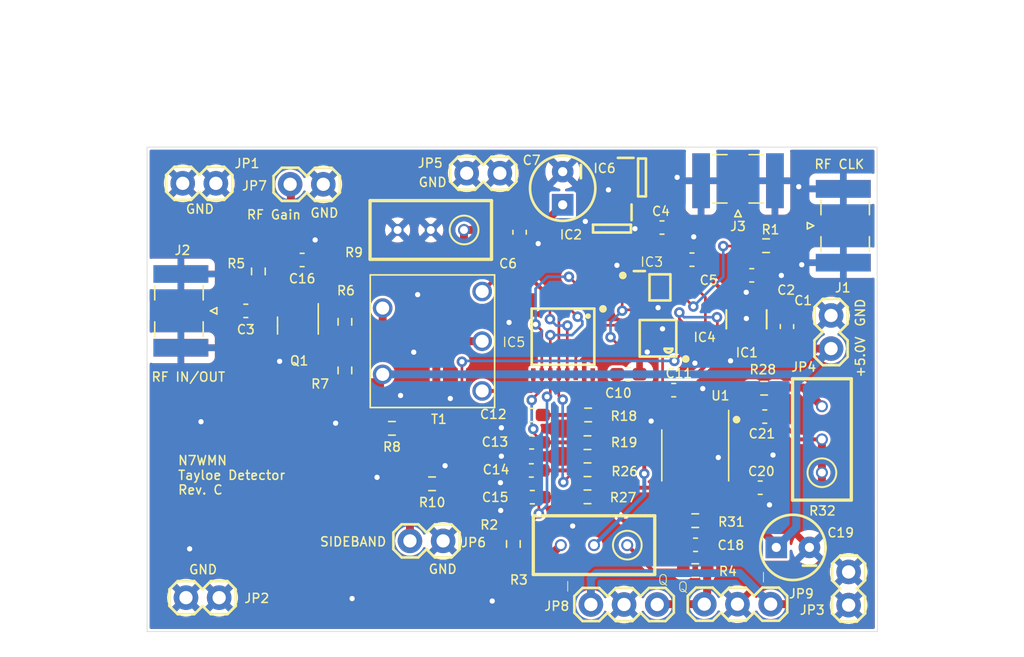
<source format=kicad_pcb>
(kicad_pcb (version 20211014) (generator pcbnew)
  (layers (0 "F.Cu" signal) (31 "B.Cu" signal) (34 "B.Paste" user) (35 "F.Paste" user) (36 "B.SilkS" user "B.Silkscreen") (37 "F.SilkS" user "F.Silkscreen") (38 "B.Mask" user) (39 "F.Mask" user) (44 "Edge.Cuts" user))
  (net 0 "")
  (net 1 "/VCC5")
  (net 2 "/VCC3.3")
  (net 3 "GND")
  (net 4 "/RF-IN")
  (net 5 "Net-(C3-Pad1)")
  (net 6 "Net-(C6-Pad2)")
  (net 7 "/0-DEG")
  (net 8 "/180-DEG")
  (net 9 "/90-DEG")
  (net 10 "/270-DEG")
  (net 11 "Net-(C18-Pad2)")
  (net 12 "/Q-PHASE")
  (net 13 "Net-(C21-Pad2)")
  (net 14 "/I-PHASE")
  (net 16 "Net-(IC2-Pad4)")
  (net 17 "/P1")
  (net 19 "/P0")
  (net 20 "/CLK0")
  (net 21 "/ICLK")
  (net 22 "/QCLK")
  (net 23 "/SIDEBAND")
  (net 24 "Net-(IC5-Pad9)")
  (net 25 "Net-(IC5-Pad7)")
  (net 26 "Net-(R6-Pad1)")
  (net 27 "Net-(R28-Pad1)")
  (net 28 "Net-(R2-Pad1)")
  (net 29 "Net-(R3-Pad1)")
  (net 30 "Net-(R5-Pad1)")
  (net 32 "Net-(IC6-Pad4)")
  (net 33 "Net-(R1-Pad2)")
  (net 34 "Net-(R6-Pad2)")
  (net 35 "Net-(R18-Pad1)")
  (net 36 "Net-(R26-Pad1)")
  (footprint "Resistor_SMD:R_0603_1608Metric_Pad0.98x0.95mm_HandSolder" (layer "F.Cu") (at 147.3011 115.3796 180)
    (fp_text reference "R27")
    (fp_text value "100")
  )
  (footprint "Capacitor_SMD:C_0603_1608Metric_Pad1.08x0.95mm_HandSolder" (layer "F.Cu") (at 162.5761 102.3296 -90)
    (fp_text reference "C1")
    (fp_text value "1uF")
  )
  (footprint "qsd_revB:1X03" (layer "F.Cu") (at 161.3261 123.6046 180)
    (fp_text reference "JP9")
    (fp_text value "M03PTH")
  )
  (footprint "Capacitor_SMD:C_0603_1608Metric_Pad1.08x0.95mm_HandSolder" (layer "F.Cu") (at 143.0761 115.4046)
    (fp_text reference "C15")
    (fp_text value "0.15uF")
  )
  (footprint "qsd_revB:RTRIM3296W" (layer "F.Cu") (at 165.2511 110.9796)
    (fp_text reference "R32")
    (fp_text value "5K")
  )
  (footprint "Capacitor_SMD:C_0603_1608Metric_Pad1.08x0.95mm_HandSolder" (layer "F.Cu") (at 143.0261 111.2046)
    (fp_text reference "C13")
    (fp_text value "0.15uF")
  )
  (footprint "qsd_revB:SOT95P280X145-5N" (layer "F.Cu") (at 149.1761 94.8246 -90)
    (fp_text reference "IC2")
    (fp_text value "SN74LVC1G04DBVT")
  )
  (footprint "qsd_revB:1X02" (layer "F.Cu") (at 138.0511 90.5796)
    (fp_text reference "JP5")
    (fp_text value "M02PTH")
  )
  (footprint "Resistor_SMD:R_0603_1608Metric_Pad0.98x0.95mm_HandSolder" (layer "F.Cu") (at 160.9761 96.1346)
    (fp_text reference "R1")
    (fp_text value "0")
  )
  (footprint "qsd_revB:SOP50P310X90-8N" (layer "F.Cu") (at 152.8511 99.3296)
    (fp_text reference "IC3")
    (fp_text value "SN74AUP2G79DCUR")
  )
  (footprint "Resistor_SMD:R_0603_1608Metric_Pad0.98x0.95mm_HandSolder" (layer "F.Cu") (at 132.3261 110.1296 180)
    (fp_text reference "R8")
    (fp_text value "4.7k")
  )
  (footprint "Resistor_SMD:R_0603_1608Metric_Pad0.98x0.95mm_HandSolder" (layer "F.Cu") (at 141.6261 118.9921 90)
    (fp_text reference "R2")
    (fp_text value "10k")
  )
  (footprint "Connector_Coaxial:SMA_Samtec_SMA-J-P-X-ST-EM1_EdgeMount" (layer "F.Cu") (at 166.8886 94.6046 90)
    (fp_text reference "J1")
    (fp_text value "Conn_Coaxial")
  )
  (footprint "qsd_revB:RTRIM3296W" (layer "F.Cu") (at 135.3011 94.9296 90)
    (fp_text reference "R9")
    (fp_text value "R-TRIMM3296W")
  )
  (footprint "Capacitor_SMD:C_0603_1608Metric_Pad1.08x0.95mm_HandSolder" (layer "F.Cu") (at 155.3011 97.2046 180)
    (fp_text reference "C5")
    (fp_text value "0.1uF")
  )
  (footprint "Capacitor_SMD:C_0603_1608Metric_Pad1.08x0.95mm_HandSolder" (layer "F.Cu") (at 155.5761 119.0546 180)
    (fp_text reference "C18")
    (fp_text value "1nF")
  )
  (footprint "qsd_revB:1X02" (layer "F.Cu") (at 119.0961 123.1046 180)
    (fp_text reference "JP2")
    (fp_text value "M02PTH")
  )
  (footprint "Resistor_SMD:R_0603_1608Metric_Pad0.98x0.95mm_HandSolder" (layer "F.Cu") (at 147.3011 111.2296 180)
    (fp_text reference "R19")
    (fp_text value "100")
  )
  (footprint "Capacitor_SMD:C_0603_1608Metric_Pad1.08x0.95mm_HandSolder" (layer "F.Cu") (at 160.5261 114.6796 180)
    (fp_text reference "C20")
    (fp_text value "0.1uF")
  )
  (footprint "Capacitor_SMD:C_0603_1608Metric_Pad1.08x0.95mm_HandSolder" (layer "F.Cu") (at 159.8761 98.4046 180)
    (fp_text reference "C2")
    (fp_text value "0.1uF")
  )
  (footprint "Resistor_SMD:R_0603_1608Metric_Pad0.98x0.95mm_HandSolder" (layer "F.Cu") (at 155.5511 121.0296 180)
    (fp_text reference "R4")
    (fp_text value "10k")
  )
  (footprint "Resistor_SMD:R_0603_1608Metric_Pad0.98x0.95mm_HandSolder" (layer "F.Cu") (at 122.1011 98.1046 -90)
    (fp_text reference "R5")
    (fp_text value "100")
  )
  (footprint "Capacitor_SMD:C_0603_1608Metric_Pad1.08x0.95mm_HandSolder" (layer "F.Cu") (at 160.8761 109.2296 180)
    (fp_text reference "C21")
    (fp_text value "1nF")
  )
  (footprint "Resistor_SMD:R_0603_1608Metric_Pad0.98x0.95mm_HandSolder" (layer "F.Cu") (at 128.7261 105.6921 90)
    (fp_text reference "R7")
    (fp_text value "1K")
  )
  (footprint "Resistor_SMD:R_0603_1608Metric_Pad0.98x0.95mm_HandSolder" (layer "F.Cu") (at 128.7261 101.9671 90)
    (fp_text reference "R6")
    (fp_text value "100")
  )
  (footprint "qsd_revB:1X02" (layer "F.Cu") (at 167.2961 123.6746 90)
    (fp_text reference "JP3")
    (fp_text value "M02PTH")
  )
  (footprint "qsd_revB:1X03" (layer "F.Cu") (at 147.5611 123.6296)
    (fp_text reference "JP8")
    (fp_text value "M03PTH")
  )
  (footprint "Connector_Coaxial:SMA_Samtec_SMA-J-P-X-ST-EM1_EdgeMount" (layer "F.Cu") (at 158.8261 91.1546 180)
    (fp_text reference "J3")
    (fp_text value "Conn_Coaxial")
  )
  (footprint "Package_TO_SOT_SMD:SOT-23" (layer "F.Cu") (at 125.1261 102.2546 -90)
    (fp_text reference "Q1")
    (fp_text value "J309")
  )
  (footprint "qsd_revB:CPOL-RADIAL-10UF-25V" (layer "F.Cu") (at 163.0261 119.2546 180)
    (fp_text reference "C19")
    (fp_text value "10uF")
  )
  (footprint "Capacitor_SMD:C_0603_1608Metric_Pad1.08x0.95mm_HandSolder" (layer "F.Cu") (at 125.4511 97.2296 180)
    (fp_text reference "C16")
    (fp_text value "0.1uF")
  )
  (footprint "qsd_revB:1X02" (layer "F.Cu") (at 116.3061 91.3546)
    (fp_text reference "JP1")
    (fp_text value "M02PTH")
  )
  (footprint "qsd_revB:1X02" (layer "F.Cu") (at 136.2461 118.7546 180)
    (fp_text reference "JP6")
    (fp_text value "M02PTH")
  )
  (footprint "qsd_revB:T50-TRIFILAR" (layer "F.Cu") (at 135.4261 103.4546)
    (fp_text reference "T1")
    (fp_text value "T50-TRIFILAR")
  )
  (footprint "Capacitor_SMD:C_0603_1608Metric_Pad1.08x0.95mm_HandSolder" (layer "F.Cu") (at 143.0011 113.3546)
    (fp_text reference "C14")
    (fp_text value "0.15uF")
  )
  (footprint "qsd_revB:SOT23-5" (layer "F.Cu") (at 159.4761 101.7796)
    (fp_text reference "IC1")
    (fp_text value "MCP1801")
  )
  (footprint "Connector_Coaxial:SMA_Samtec_SMA-J-P-X-ST-EM1_EdgeMount" (layer "F.Cu") (at 116.1636 101.1296 -90)
    (fp_text reference "J2")
    (fp_text value "Conn_Coaxial")
  )
  (footprint "Resistor_SMD:R_0603_1608Metric_Pad0.98x0.95mm_HandSolder" (layer "F.Cu") (at 135.4011 114.3796 180)
    (fp_text reference "R10")
    (fp_text value "10k")
  )
  (footprint "Resistor_SMD:R_0603_1608Metric_Pad0.98x0.95mm_HandSolder" (layer "F.Cu") (at 147.3511 109.1046 180)
    (fp_text reference "R18")
    (fp_text value "100")
  )
  (footprint "Resistor_SMD:R_0603_1608Metric_Pad0.98x0.95mm_HandSolder" (layer "F.Cu") (at 147.3011 113.3046 180)
    (fp_text reference "R26")
    (fp_text value "100")
  )
  (footprint "Capacitor_SMD:C_0603_1608Metric_Pad1.08x0.95mm_HandSolder" (layer "F.Cu") (at 143.0136 109.1046)
    (fp_text reference "C12")
    (fp_text value "0.15uF")
  )
  (footprint "Capacitor_SMD:C_0603_1608Metric_Pad1.08x0.95mm_HandSolder" (layer "F.Cu") (at 150.4261 105.9796)
    (fp_text reference "C10")
    (fp_text value "0.1uF")
  )
  (footprint "qsd_revB:TSSOP16" (layer "F.Cu") (at 145.4261 103.1046 -90)
    (fp_text reference "IC5")
    (fp_text value "SN74CBTLV3253")
  )
  (footprint "Capacitor_SMD:C_0603_1608Metric_Pad1.08x0.95mm_HandSolder" (layer "F.Cu") (at 121.1386 101.1296 180)
    (fp_text reference "C3")
    (fp_text value "0.01uF")
  )
  (footprint "qsd_revB:MSOP10" (layer "F.Cu") (at 152.7011 103.2296 90)
    (fp_text reference "IC4")
    (fp_text value "TS5A23157")
  )
  (footprint "Resistor_SMD:R_0603_1608Metric_Pad0.98x0.95mm_HandSolder" (layer "F.Cu") (at 160.8261 107.0546 180)
    (fp_text reference "R28")
    (fp_text value "7.5k")
  )
  (footprint "Capacitor_SMD:C_0603_1608Metric_Pad1.08x0.95mm_HandSolder" (layer "F.Cu") (at 153.0061 94.7446 180)
    (fp_text reference "C4")
    (fp_text value "1uF")
  )
  (footprint "Capacitor_SMD:C_0603_1608Metric_Pad1.08x0.95mm_HandSolder" (layer "F.Cu") (at 153.9011 107.2046)
    (fp_text reference "C11")
    (fp_text value "1uF")
  )
  (footprint "qsd_revB:1X02" (layer "F.Cu") (at 165.9511 101.4796 -90)
    (fp_text reference "JP4")
    (fp_text value "M02PTH")
  )
  (footprint "Capacitor_SMD:C_0603_1608Metric_Pad1.08x0.95mm_HandSolder" (layer "F.Cu") (at 142.1011 95.1046 90)
    (fp_text reference "C6")
    (fp_text value "0.1uF")
  )
  (footprint "Resistor_SMD:R_0603_1608Metric_Pad0.98x0.95mm_HandSolder" (layer "F.Cu") (at 155.5511 117.2046 180)
    (fp_text reference "R31")
    (fp_text value "10k")
  )
  (footprint "qsd_revB:RTRIM3296W" (layer "F.Cu") (at 147.8011 119.0796 90)
    (fp_text reference "R3")
    (fp_text value "5K")
  )
  (footprint "qsd_revB:1X02" (layer "F.Cu") (at 127.0711 91.4296 180)
    (fp_text reference "JP7")
    (fp_text value "M02PTH")
  )
  (footprint "qsd_revB:SOT95P280X145-5N" (layer "F.Cu") (at 151.4761 90.9046)
    (fp_text reference "IC6")
    (fp_text value "SN74LVC1G04DBVT")
  )
  (footprint "Package_SO:SOIC-8_3.9x4.9mm_P1.27mm" (layer "F.Cu") (at 155.5511 112.2046 -90)
    (fp_text reference "U1")
    (fp_text value "OPA1678")
  )
  (footprint "qsd_revB:CPOL-RADIAL-10UF-25V" (layer "F.Cu") (at 145.4011 91.7296 -90)
    (fp_text reference "C7")
    (fp_text value "10uF")
  )
  (gr_circle (center 154.8261 104.8146) (end 155.059338 104.8146) (layer "F.SilkS") (width 0.12) (fill solid))
  (gr_circle (center 148.4861 100.9746) (end 148.719338 100.9746) (layer "F.SilkS") (width 0.12) (fill solid))
  (gr_circle (center 150.0061 98.4146) (end 150.239338 98.4146) (layer "F.SilkS") (width 0.12) (fill solid))
  (gr_circle (center 158.716091 109.461362) (end 158.949329 109.461362) (layer "F.SilkS") (width 0.12) (fill solid))
  (gr_line (start 169.4761 88.5806) (end 113.5761 88.5786) (layer "Edge.Cuts") (width 0.05))
  (gr_line (start 113.5761 88.5786) (end 113.5761 125.7046) (layer "Edge.Cuts") (width 0.05))
  (gr_line (start 113.5761 125.7046) (end 169.5011 125.7046) (layer "Edge.Cuts") (width 0.05))
  (gr_line (start 169.5011 125.7046) (end 169.4761 88.5806) (layer "Edge.Cuts") (width 0.05))
  (gr_text "Q" (at 154.1761 122.7296) (layer "F.SilkS") (effects (font (size 0.747776 0.747776) (thickness 0.065024)) (justify left bottom)))
  (gr_text "RF Gain" (at 123.2861 93.7646) (layer "F.SilkS") (effects (font (size 0.6985 0.6985) (thickness 0.1143))))
  (gr_text "+5.0V" (at 168.601111 106.304601 90) (layer "F.SilkS") (effects (font (size 0.6985 0.6985) (thickness 0.1143)) (justify left bottom)))
  (gr_text "GND" (at 116.481434 93.733829) (layer "F.SilkS") (effects (font (size 0.6985 0.6985) (thickness 0.1143)) (justify left bottom)))
  (gr_text "GND" (at 168.601111 102.404601 90) (layer "F.SilkS") (effects (font (size 0.6985 0.6985) (thickness 0.1143)) (justify left bottom)))
  (gr_text "RF CLK" (at 164.616105 90.304595) (layer "F.SilkS") (effects (font (size 0.6985 0.6985) (thickness 0.1143)) (justify left bottom)))
  (gr_text "Q" (at 152.6511 122.1796) (layer "F.SilkS") (effects (font (size 0.747776 0.747776) (thickness 0.065024)) (justify left bottom)))
  (gr_text "I" (at 145.5661 122.7046) (layer "F.SilkS") (effects (font (size 0.747776 0.747776) (thickness 0.065024)) (justify left bottom)))
  (gr_text "GND" (at 135.0761 121.3296) (layer "F.SilkS") (effects (font (size 0.6985 0.6985) (thickness 0.1143)) (justify left bottom)))
  (gr_text "GND" (at 126.0161 94.0346) (layer "F.SilkS") (effects (font (size 0.6985 0.6985) (thickness 0.1143)) (justify left bottom)))
  (gr_text "GND" (at 134.3061 91.6846) (layer "F.SilkS") (effects (font (size 0.6985 0.6985) (thickness 0.1143)) (justify left bottom)))
  (gr_text "I" (at 160.5511 122.0046) (layer "F.SilkS") (effects (font (size 0.747776 0.747776) (thickness 0.065024)) (justify left bottom)))
  (gr_text "RF IN/OUT" (at 113.8511 106.6046) (layer "F.SilkS") (effects (font (size 0.6985 0.6985) (thickness 0.1143)) (justify left bottom)))
  (gr_text "N7WMN\nTayloe Detector\nRev. C" (at 115.8861 115.2546) (layer "F.SilkS") (effects (font (size 0.6985 0.6985) (thickness 0.1143)) (justify left bottom)))
  (gr_text "GND" (at 116.7261 121.3646) (layer "F.SilkS") (effects (font (size 0.6985 0.6985) (thickness 0.1143)) (justify left bottom)))
  (gr_text "SIDEBAND" (at 126.7511 119.229599) (layer "F.SilkS") (effects (font (size 0.6985 0.6985) (thickness 0.1143)) (justify left bottom)))
  (segment (start 163.4261 104.0296) (end 163.8761 104.0296) (width 0.6096) (layer "F.Cu") (net 1))
  (segment (start 131.4136 110.1296) (end 131.4136 106.1971) (width 0.6096) (layer "F.Cu") (net 1))
  (segment (start 163.1636 103.7671) (end 163.4261 104.0296) (width 0.6096) (layer "F.Cu") (net 1))
  (segment (start 158.5261 104.0046) (end 159.0861 104.5646) (width 0.3048) (layer "F.Cu") (net 1))
  (segment (start 131.0061 106.6046) (end 131.6161 105.9946) (width 0.6096) (layer "F.Cu") (net 1))
  (segment (start 160.4261 103.0856) (end 162.4821 103.0856) (width 0.3048) (layer "F.Cu") (net 1))
  (segment (start 160.4261 104.2146) (end 160.4261 103.0856) (width 0.3048) (layer "F.Cu") (net 1))
  (segment (start 159.6636 116.9671) (end 159.6636 114.6796) (width 0.6096) (layer "F.Cu") (net 1))
  (segment (start 157.4561 114.6796) (end 159.6636 114.6796) (width 0.6096) (layer "F.Cu") (net 1))
  (segment (start 163.8761 104.0296) (end 163.8861 104.0196) (width 0.6096) (layer "F.Cu") (net 1))
  (segment (start 163.8861 104.0196) (end 165.9511 104.0196) (width 0.6096) (layer "F.Cu") (net 1))
  (segment (start 161.7561 119.2546) (end 161.7561 119.0596) (width 0.6096) (layer "F.Cu") (net 1))
  (segment (start 158.5261 103.0856) (end 158.5261 104.0046) (width 0.3048) (layer "F.Cu") (net 1))
  (segment (start 162.5761 103.1796) (end 163.1636 103.7671) (width 0.6096) (layer "F.Cu") (net 1))
  (segment (start 161.7561 119.0596) (end 159.6636 116.9671) (width 0.6096) (layer "F.Cu") (net 1))
  (segment (start 128.7261 106.6046) (end 131.0061 106.6046) (width 0.6096) (layer "F.Cu") (net 1))
  (segment (start 160.0761 104.5646) (end 160.4261 104.2146) (width 0.3048) (layer "F.Cu") (net 1))
  (segment (start 131.4136 106.1971) (end 131.6161 105.9946) (width 0.6096) (layer "F.Cu") (net 1))
  (segment (start 162.4821 103.0856) (end 162.5761 103.1796) (width 0.3048) (layer "F.Cu") (net 1))
  (segment (start 159.0861 104.5646) (end 160.0761 104.5646) (width 0.3048) (layer "F.Cu") (net 1))
  (segment (start 163.2861 117.7246) (end 161.7561 119.2546) (width 0.6096) (layer "B.Cu") (net 1))
  (segment (start 163.9761 105.9946) (end 165.9511 104.0196) (width 0.6096) (layer "B.Cu") (net 1))
  (segment (start 163.9761 105.9946) (end 163.2861 106.6846) (width 0.6096) (layer "B.Cu") (net 1))
  (segment (start 131.6161 105.9946) (end 163.9761 105.9946) (width 0.6096) (layer "B.Cu") (net 1))
  (segment (start 163.2861 106.6846) (end 163.2861 117.7246) (width 0.6096) (layer "B.Cu") (net 1))
  (segment (start 154.4386 98.5671) (end 154.4261 98.5796) (width 0.3048) (layer "F.Cu") (net 2))
  (segment (start 157.65202 102.53868) (end 157.65202 104.004727) (width 0.3048) (layer "F.Cu") (net 2))
  (segment (start 151.9011 103.2296) (end 153.0511 104.3796) (width 0.2032) (layer "F.Cu") (net 2))
  (segment (start 151.5261 90.6946) (end 151.5261 94.1146) (width 0.3048) (layer "F.Cu") (net 2))
  (segment (start 158.5261 98.8921) (end 159.0136 98.4046) (width 0.3048) (layer "F.Cu") (net 2))
  (segment (start 153.0511 107.2046) (end 149.7561 107.2046) (width 0.6096) (layer "F.Cu") (net 2))
  (segment (start 152.1561 96.3046) (end 152.1561 94.7446) (width 0.3048) (layer "F.Cu") (net 2))
  (segment (start 152.1361 96.3246) (end 152.1561 96.3046) (width 0.3048) (layer "F.Cu") (net 2))
  (segment (start 154.4386 97.2046) (end 154.4386 98.5671) (width 0.3048) (layer "F.Cu") (net 2))
  (segment (start 147.7011 105.9796) (end 147.7011 106.5996) (width 0.3048) (layer "F.Cu") (net 2))
  (segment (start 156.6321 98.5796) (end 154.4261 98.5796) (width 0.3048) (layer "F.Cu") (net 2))
  (segment (start 157.65202 104.004727) (end 155.627147 106.0296) (width 0.3048) (layer "F.Cu") (net 2))
  (segment (start 148.0661 106.9646) (end 149.5161 106.9646) (width 0.3048) (layer "F.Cu") (net 2))
  (segment (start 150.1261 96.0746) (end 150.8261 96.0746) (width 0.3048) (layer "F.Cu") (net 2))
  (segment (start 154.4386 97.2046) (end 153.0161 97.2046) (width 0.3048) (layer "F.Cu") (net 2))
  (segment (start 147.7011 106.5996) (end 148.0661 106.9646) (width 0.3048) (layer "F.Cu") (net 2))
  (segment (start 152.7261 89.9546) (end 152.2661 89.9546) (width 0.3048) (layer "F.Cu") (net 2))
  (segment (start 151.5261 94.1146) (end 152.1561 94.7446) (width 0.3048) (layer "F.Cu") (net 2))
  (segment (start 158.5261 100.4736) (end 158.5261 98.8921) (width 0.3048) (layer "F.Cu") (net 2))
  (segment (start 149.7561 107.2046) (end 149.5161 106.9646) (width 0.6096) (layer "F.Cu") (net 2))
  (segment (start 158.5261 100.4736) (end 156.6321 98.5796) (width 0.3048) (layer "F.Cu") (net 2))
  (segment (start 149.5161 106.0271) (end 149.5636 105.9796) (width 0.6096) (layer "F.Cu") (net 2))
  (segment (start 153.0511 106.0296) (end 153.0511 107.2046) (width 0.2032) (layer "F.Cu") (net 2))
  (segment (start 158.5261 101.6646) (end 157.65202 102.53868) (width 0.3048) (layer "F.Cu") (net 2))
  (segment (start 150.8261 96.0746) (end 152.1561 94.7446) (width 0.3048) (layer "F.Cu") (net 2))
  (segment (start 155.627147 106.0296) (end 153.0511 106.0296) (width 0.3048) (layer "F.Cu") (net 2))
  (segment (start 149.5161 106.9646) (end 149.5161 106.0271) (width 0.6096) (layer "F.Cu") (net 2))
  (segment (start 152.2661 89.9546) (end 151.5261 90.6946) (width 0.3048) (layer "F.Cu") (net 2))
  (segment (start 153.0511 104.3796) (end 153.0511 106.0296) (width 0.2032) (layer "F.Cu") (net 2))
  (segment (start 158.5261 100.4736) (end 158.5261 101.6646) (width 0.3048) (layer "F.Cu") (net 2))
  (segment (start 150.588 103.2296) (end 151.9011 103.2296) (width 0.2032) (layer "F.Cu") (net 2))
  (segment (start 153.0161 97.2046) (end 152.1361 96.3246) (width 0.3048) (layer "F.Cu") (net 2))
  (via (at 133.9961 104.2946) (size 0.8) (drill 0.4) (layers "F.Cu" "B.Cu") (net 3))
  (via (at 140.7061 110.0846) (size 0.8) (drill 0.4) (layers "F.Cu" "B.Cu") (net 3))
  (via (at 147.1361 94.2746) (size 0.8) (drill 0.4) (layers "F.Cu" "B.Cu") (net 3))
  (via (at 150.9361 94.8346) (size 0.8) (drill 0.4) (layers "F.Cu" "B.Cu") (net 3))
  (via (at 155.4361 95.4546) (size 0.8) (drill 0.4) (layers "F.Cu" "B.Cu") (net 3))
  (via (at 162.1461 98.4146) (size 0.8) (drill 0.4) (layers "F.Cu" "B.Cu") (net 3))
  (via (at 152.1761 109.5746) (size 0.8) (drill 0.4) (layers "F.Cu" "B.Cu") (net 3))
  (via (at 158.2561 104.9546) (size 0.8) (drill 0.4) (layers "F.Cu" "B.Cu") (net 3))
  (via (at 140.6561 116.4246) (size 0.8) (drill 0.4) (layers "F.Cu" "B.Cu") (net 3))
  (via (at 163.7061 97.5946) (size 0.8) (drill 0.4) (layers "F.Cu" "B.Cu") (net 3))
  (via (at 151.8761 104.2846) (size 0.8) (drill 0.4) (layers "F.Cu" "B.Cu") (net 3))
  (via (at 148.9061 91.8546) (size 0.8) (drill 0.4) (layers "F.Cu" "B.Cu") (net 3))
  (via (at 140.7061 112.2646) (size 0.8) (drill 0.4) (layers "F.Cu" "B.Cu") (net 3))
  (via (at 161.2361 115.9946) (size 0.8) (drill 0.4) (layers "F.Cu" "B.Cu") (net 3))
  (via (at 159.4561 99.7046) (size 0.8) (drill 0.4) (layers "F.Cu" "B.Cu") (net 3))
  (via (at 152.7061 100.8846) (size 0.8) (drill 0.4) (layers "F.Cu" "B.Cu") (net 3))
  (via (at 143.5261 95.9746) (size 0.8) (drill 0.4) (layers "F.Cu" "B.Cu") (net 3))
  (via (at 154.1661 90.8946) (size 0.8) (drill 0.4) (layers "F.Cu" "B.Cu") (net 3))
  (via (at 134.2961 99.8846) (size 0.8) (drill 0.4) (layers "F.Cu" "B.Cu") (net 3))
  (via (at 146.1661 117.6146) (size 0.8) (drill 0.4) (layers "F.Cu" "B.Cu") (net 3))
  (via (at 126.4461 95.6946) (size 0.8) (drill 0.4) (layers "F.Cu" "B.Cu") (net 3))
  (via (at 156.1261 107.0846) (size 0.8) (drill 0.4) (layers "F.Cu" "B.Cu") (net 3))
  (via (at 132.9861 107.6146) (size 0.8) (drill 0.4) (layers "F.Cu" "B.Cu") (net 3))
  (via (at 155.5261 105.1346) (size 0.8) (drill 0.4) (layers "F.Cu" "B.Cu") (net 3))
  (via (at 153.0461 102.5046) (size 0.8) (drill 0.4) (layers "F.Cu" "B.Cu") (net 3))
  (via (at 163.4761 91.6146) (size 0.8) (drill 0.4) (layers "F.Cu" "B.Cu") (net 3))
  (via (at 140.0061 123.3646) (size 0.8) (drill 0.4) (layers "F.Cu" "B.Cu") (net 3))
  (via (at 149.5561 97.6346) (size 0.8) (drill 0.4) (layers "F.Cu" "B.Cu") (net 3))
  (via (at 141.2961 102.0146) (size 0.8) (drill 0.4) (layers "F.Cu" "B.Cu") (net 3))
  (via (at 131.1861 113.8846) (size 0.8) (drill 0.4) (layers "F.Cu" "B.Cu") (net 3))
  (via (at 136.7961 107.8446) (size 0.8) (drill 0.4) (layers "F.Cu" "B.Cu") (net 3))
  (via (at 161.5061 112.1746) (size 0.8) (drill 0.4) (layers "F.Cu" "B.Cu") (net 3))
  (via (at 116.8361 119.3646) (size 0.8) (drill 0.4) (layers "F.Cu" "B.Cu") (net 3))
  (via (at 157.3161 112.3646) (size 0.8) (drill 0.4) (layers "F.Cu" "B.Cu") (net 3))
  (via (at 123.7261 104.9946) (size 0.8) (drill 0.4) (layers "F.Cu" "B.Cu") (net 3))
  (via (at 129.2761 123.1746) (size 0.8) (drill 0.4) (layers "F.Cu" "B.Cu") (net 3))
  (via (at 136.3961 112.9946) (size 0.8) (drill 0.4) (layers "F.Cu" "B.Cu") (net 3))
  (via (at 159.4661 101.7146) (size 0.8) (drill 0.4) (layers "F.Cu" "B.Cu") (net 3))
  (via (at 117.7061 109.6246) (size 0.8) (drill 0.4) (layers "F.Cu" "B.Cu") (net 3))
  (via (at 128.0161 109.7346) (size 0.8) (drill 0.4) (layers "F.Cu" "B.Cu") (net 3))
  (via (at 140.6361 114.2946) (size 0.8) (drill 0.4) (layers "F.Cu" "B.Cu") (net 3))
  (segment (start 115.9636 101.1296) (end 120.2761 101.1296) (width 0.6096) (layer "F.Cu") (net 4))
  (segment (start 122.0011 101.1296) (end 123.9886 101.1296) (width 0.6096) (layer "F.Cu") (net 5))
  (segment (start 122.0011 101.1296) (end 122.0011 99.1171) (width 0.6096) (layer "F.Cu") (net 5))
  (segment (start 122.0011 99.1171) (end 122.1011 99.0171) (width 0.6096) (layer "F.Cu") (net 5))
  (segment (start 123.9886 101.1296) (end 124.1761 101.3171) (width 0.6096) (layer "F.Cu") (net 5))
  (segment (start 136.4761 97.6546) (end 136.4761 102.8546) (width 0.6096) (layer "F.Cu") (net 6))
  (segment (start 137.8411 94.9296) (end 137.8411 96.2896) (width 0.6096) (layer "F.Cu") (net 6))
  (segment (start 133.2386 110.1296) (end 133.2386 109.8671) (width 0.6096) (layer "F.Cu") (net 6))
  (segment (start 137.8411 96.2896) (end 136.4761 97.6546) (width 0.6096) (layer "F.Cu") (net 6))
  (segment (start 144.1586 94.2421) (end 145.4011 92.9996) (width 0.6096) (layer "F.Cu") (net 6))
  (segment (start 142.0886 94.2296) (end 142.1011 94.2421) (width 0.6096) (layer "F.Cu") (net 6))
  (segment (start 136.4761 102.8546) (end 137.0761 103.4546) (width 0.6096) (layer "F.Cu") (net 6))
  (segment (start 137.0761 103.4546) (end 139.2361 103.4546) (width 0.6096) (layer "F.Cu") (net 6))
  (segment (start 142.1011 94.2421) (end 144.1586 94.2421) (width 0.6096) (layer "F.Cu") (net 6))
  (segment (start 139.1011 94.9296) (end 139.8011 94.2296) (width 0.6096) (layer "F.Cu") (net 6))
  (segment (start 137.8411 94.9296) (end 139.1011 94.9296) (width 0.6096) (layer "F.Cu") (net 6))
  (segment (start 135.7261 104.8046) (end 137.0761 103.4546) (width 0.6096) (layer "F.Cu") (net 6))
  (segment (start 135.7261 107.3796) (end 135.7261 104.8046) (width 0.6096) (layer "F.Cu") (net 6))
  (segment (start 139.8011 94.2296) (end 142.0886 94.2296) (width 0.6096) (layer "F.Cu") (net 6))
  (segment (start 133.2386 109.8671) (end 135.7261 107.3796) (width 0.6096) (layer "F.Cu") (net 6))
  (segment (start 146.4386 107.9671) (end 146.4386 109.1046) (width 0.2032) (layer "F.Cu") (net 7))
  (segment (start 143.8761 109.1046) (end 146.4386 109.1046) (width 0.3048) (layer "F.Cu") (net 7))
  (segment (start 145.7511 102.2696) (end 145.7661 102.2546) (width 0.2032) (layer "F.Cu") (net 7))
  (segment (start 145.7511 107.2796) (end 146.4386 107.9671) (width 0.2032) (layer "F.Cu") (net 7))
  (segment (start 145.7511 105.9796) (end 145.7511 107.2796) (width 0.2032) (layer "F.Cu") (net 7))
  (segment (start 145.7511 105.9796) (end 145.7511 102.2696) (width 0.2032) (layer "F.Cu") (net 7))
  (segment (start 144.4261 100.2546) (end 144.4511 100.2296) (width 0.2032) (layer "F.Cu") (net 7))
  (segment (start 144.4261 101.7646) (end 144.4261 100.2546) (width 0.2032) (layer "F.Cu") (net 7))
  (via (at 145.7661 102.2546) (size 0.8) (drill 0.4) (layers "F.Cu" "B.Cu") (net 7))
  (via (at 144.4261 101.7646) (size 0.8) (drill 0.4) (layers "F.Cu" "B.Cu") (net 7))
  (segment (start 145.7661 102.2546) (end 144.9161 102.2546) (width 0.2032) (layer "B.Cu") (net 7))
  (segment (start 144.9161 102.2546) (end 144.4261 101.7646) (width 0.2032) (layer "B.Cu") (net 7))
  (segment (start 143.8011 107.1546) (end 143.0261 107.9296) (width 0.2032) (layer "F.Cu") (net 8))
  (segment (start 143.8886 111.2046) (end 146.3636 111.2046) (width 0.3048) (layer "F.Cu") (net 8))
  (segment (start 143.8011 102.6396) (end 143.3261 102.1646) (width 0.2032) (layer "F.Cu") (net 8))
  (segment (start 146.4011 99.0396) (end 146.4011 100.2296) (width 0.2032) (layer "F.Cu") (net 8))
  (segment (start 143.1511 110.4671) (end 143.8886 111.2046) (width 0.2032) (layer "F.Cu") (net 8))
  (segment (start 146.3636 111.2046) (end 146.3886 111.2296) (width 0.3048) (layer "F.Cu") (net 8))
  (segment (start 143.1511 110.1796) (end 143.1511 110.4671) (width 0.2032) (layer "F.Cu") (net 8))
  (segment (start 143.8011 105.9796) (end 143.8011 107.1546) (width 0.2032) (layer "F.Cu") (net 8))
  (segment (start 143.8011 105.9796) (end 143.8011 102.6396) (width 0.2032) (layer "F.Cu") (net 8))
  (segment (start 143.028117 107.931617) (end 143.028117 107.967927) (width 0.2032) (layer "F.Cu") (net 8))
  (segment (start 143.0261 107.9296) (end 143.028117 107.931617) (width 0.2032) (layer "F.Cu") (net 8))
  (segment (start 145.8761 98.5146) (end 146.4011 99.0396) (width 0.2032) (layer "F.Cu") (net 8))
  (via (at 143.3261 102.1646) (size 0.8) (drill 0.4) (layers "F.Cu" "B.Cu") (net 8))
  (via (at 145.8761 98.5146) (size 0.8) (drill 0.4) (layers "F.Cu" "B.Cu") (net 8))
  (via (at 143.028117 107.967927) (size 0.8) (drill 0.4) (layers "F.Cu" "B.Cu") (net 8))
  (via (at 143.1511 110.1796) (size 0.8) (drill 0.4) (layers "F.Cu" "B.Cu") (net 8))
  (segment (start 144.2461 98.5146) (end 145.8761 98.5146) (width 0.2032) (layer "B.Cu") (net 8))
  (segment (start 143.028117 110.056617) (end 143.1511 110.1796) (width 0.2032) (layer "B.Cu") (net 8))
  (segment (start 143.028117 107.967927) (end 143.028117 110.056617) (width 0.2032) (layer "B.Cu") (net 8))
  (segment (start 143.3261 99.4346) (end 144.2461 98.5146) (width 0.2032) (layer "B.Cu") (net 8))
  (segment (start 143.3261 102.1646) (end 143.3261 99.4346) (width 0.2032) (layer "B.Cu") (net 8))
  (segment (start 145.4511 114.2546) (end 145.4511 114.2421) (width 0.2032) (layer "F.Cu") (net 9))
  (segment (start 145.1011 105.9796) (end 145.1011 107.6296) (width 0.2032) (layer "F.Cu") (net 9))
  (segment (start 146.3386 113.3546) (end 146.3886 113.3046) (width 0.3048) (layer "F.Cu") (net 9))
  (segment (start 145.109611 100.238111) (end 145.1011 100.2296) (width 0.2032) (layer "F.Cu") (net 9))
  (segment (start 143.8636 113.3546) (end 146.3386 113.3546) (width 0.3048) (layer "F.Cu") (net 9))
  (segment (start 145.4511 114.2421) (end 146.3886 113.3046) (width 0.2032) (layer "F.Cu") (net 9))
  (segment (start 145.109611 105.971089) (end 145.109611 100.238111) (width 0.2032) (layer "F.Cu") (net 9))
  (segment (start 145.1011 105.9796) (end 145.109611 105.971089) (width 0.2032) (layer "F.Cu") (net 9))
  (segment (start 145.1011 107.6296) (end 145.4011 107.9296) (width 0.2032) (layer "F.Cu") (net 9))
  (via (at 145.4011 107.9296) (size 0.8) (drill 0.4) (layers "F.Cu" "B.Cu") (net 9))
  (via (at 145.4511 114.2546) (size 0.8) (drill 0.4) (layers "F.Cu" "B.Cu") (net 9))
  (segment (start 145.4011 114.2046) (end 145.4511 114.2546) (width 0.2032) (layer "B.Cu") (net 9))
  (segment (start 145.4011 107.9296) (end 145.4011 114.2046) (width 0.2032) (layer "B.Cu") (net 9))
  (segment (start 143.9386 115.4046) (end 146.3636 115.4046) (width 0.3048) (layer "F.Cu") (net 10))
  (segment (start 144.4511 105.9796) (end 144.4511 107.4546) (width 0.2032) (layer "F.Cu") (net 10))
  (segment (start 146.5461 101.5746) (end 145.7511 100.7796) (width 0.2032) (layer "F.Cu") (net 10))
  (segment (start 141.6261 118.0796) (end 142.1511 118.0796) (width 0.3048) (layer "F.Cu") (net 10))
  (segment (start 144.4511 107.4546) (end 144.2011 107.7046) (width 0.2032) (layer "F.Cu") (net 10))
  (segment (start 144.4511 102.9896) (end 144.4561 102.9846) (width 0.2032) (layer "F.Cu") (net 10))
  (segment (start 143.5761 116.6546) (end 143.5761 115.7671) (width 0.2032) (layer "F.Cu") (net 10))
  (segment (start 143.5761 115.7671) (end 143.9386 115.4046) (width 0.2032) (layer "F.Cu") (net 10))
  (segment (start 145.7511 100.7796) (end 145.7511 100.2296) (width 0.2032) (layer "F.Cu") (net 10))
  (segment (start 142.1511 118.0796) (end 143.5761 116.6546) (width 0.3048) (layer "F.Cu") (net 10))
  (segment (start 146.3636 115.4046) (end 146.3886 115.3796) (width 0.3048) (layer "F.Cu") (net 10))
  (segment (start 144.4511 105.9796) (end 144.4511 102.9896) (width 0.2032) (layer "F.Cu") (net 10))
  (via (at 144.4561 102.9846) (size 0.8) (drill 0.4) (layers "F.Cu" "B.Cu") (net 10))
  (via (at 144.2011 107.7046) (size 0.8) (drill 0.4) (layers "F.Cu" "B.Cu") (net 10))
  (via (at 146.5461 101.5746) (size 0.8) (drill 0.4) (layers "F.Cu" "B.Cu") (net 10))
  (via (at 143.5761 116.6546) (size 0.8) (drill 0.4) (layers "F.Cu" "B.Cu") (net 10))
  (segment (start 144.2011 116.0296) (end 143.5761 116.6546) (width 0.2032) (layer "B.Cu") (net 10))
  (segment (start 144.2011 107.7046) (end 144.2011 116.0296) (width 0.2032) (layer "B.Cu") (net 10))
  (segment (start 146.9061 101.9346) (end 146.5461 101.5746) (width 0.2032) (layer "B.Cu") (net 10))
  (segment (start 144.4561 102.9846) (end 146.1261 102.9846) (width 0.2032) (layer "B.Cu") (net 10))
  (segment (start 146.9061 102.2046) (end 146.9061 101.9346) (width 0.2032) (layer "B.Cu") (net 10))
  (segment (start 146.1261 102.9846) (end 146.9061 102.2046) (width 0.2032) (layer "B.Cu") (net 10))
  (segment (start 154.6386 118.9796) (end 154.7136 119.0546) (width 0.3048) (layer "F.Cu") (net 11))
  (segment (start 150.0386 117.2046) (end 154.6386 117.2046) (width 0.3048) (layer "F.Cu") (net 11))
  (segment (start 154.9161 114.6796) (end 154.9161 116.9271) (width 0.3048) (layer "F.Cu") (net 11))
  (segment (start 148.2136 115.3796) (end 150.0386 117.2046) (width 0.3048) (layer "F.Cu") (net 11))
  (segment (start 154.9161 116.9271) (end 154.6386 117.2046) (width 0.3048) (layer "F.Cu") (net 11))
  (segment (start 154.6386 117.2046) (end 154.6386 118.9796) (width 0.3048) (layer "F.Cu") (net 11))
  (segment (start 156.4636 117.2046) (end 156.4636 119.0296) (width 0.6096) (layer "F.Cu") (net 12))
  (segment (start 156.4386 121.0046) (end 156.4636 121.0296) (width 0.6096) (layer "F.Cu") (net 12))
  (segment (start 156.1861 116.9271) (end 156.4636 117.2046) (width 0.6096) (layer "F.Cu") (net 12))
  (segment (start 156.4636 123.3871) (end 156.2461 123.6046) (width 0.6096) (layer "F.Cu") (net 12))
  (segment (start 152.6661 123.6046) (end 152.6411 123.6296) (width 0.6096) (layer "F.Cu") (net 12))
  (segment (start 156.4636 119.0296) (end 156.4386 119.0546) (width 0.6096) (layer "F.Cu") (net 12))
  (segment (start 156.4386 119.0546) (end 156.4386 121.0046) (width 0.6096) (layer "F.Cu") (net 12))
  (segment (start 156.1861 114.6796) (end 156.1861 116.9271) (width 0.6096) (layer "F.Cu") (net 12))
  (segment (start 156.2461 123.6046) (end 152.6661 123.6046) (width 0.6096) (layer "F.Cu") (net 12))
  (segment (start 156.4636 121.0296) (end 156.4636 123.3871) (width 0.6096) (layer "F.Cu") (net 12))
  (segment (start 151.6511 112.7046) (end 151.7511 112.6046) (width 0.3048) (layer "F.Cu") (net 13))
  (segment (start 157.4011 107.0546) (end 159.9136 107.0546) (width 0.3048) (layer "F.Cu") (net 13))
  (segment (start 156.2011 109.7446) (end 156.1861 109.7296) (width 0.3048) (layer "F.Cu") (net 13))
  (segment (start 151.3761 112.6246) (end 151.7561 112.6246) (width 0.3048) (layer "F.Cu") (net 13))
  (segment (start 155.2761 112.6046) (end 156.2011 111.6796) (width 0.3048) (layer "F.Cu") (net 13))
  (segment (start 151.6511 113.6046) (end 151.6511 112.7046) (width 0.3048) (layer "F.Cu") (net 13))
  (segment (start 159.9136 107.0546) (end 159.9136 109.1296) (width 0.3048) (layer "F.Cu") (net 13))
  (segment (start 149.9811 111.2296) (end 151.3761 112.6246) (width 0.3048) (layer "F.Cu") (net 13))
  (segment (start 159.9136 109.1296) (end 160.0136 109.2296) (width 0.3048) (layer "F.Cu") (net 13))
  (segment (start 151.7511 112.6046) (end 155.2761 112.6046) (width 0.3048) (layer "F.Cu") (net 13))
  (segment (start 156.2011 111.6796) (end 156.2011 109.7446) (width 0.3048) (layer "F.Cu") (net 13))
  (segment (start 148.2136 111.2296) (end 149.9811 111.2296) (width 0.3048) (layer "F.Cu") (net 13))
  (segment (start 156.1861 109.7296) (end 156.1861 108.2696) (width 0.3048) (layer "F.Cu") (net 13))
  (segment (start 156.1861 108.2696) (end 157.4011 107.0546) (width 0.3048) (layer "F.Cu") (net 13))
  (via (at 151.6511 113.6046) (size 0.8) (drill 0.4) (layers "F.Cu" "B.Cu") (net 13))
  (segment (start 151.6511 115.2296) (end 151.6511 113.6046) (width 0.3048) (layer "B.Cu") (net 13))
  (segment (start 147.8011 119.0796) (end 151.6511 115.2296) (width 0.3048) (layer "B.Cu") (net 13))
  (segment (start 160.9261 111.1546) (end 161.7386 110.3421) (width 0.3048) (layer "F.Cu") (net 14))
  (segment (start 162.6461 123.6046) (end 161.3261 123.6046) (width 0.6096) (layer "F.Cu") (net 14))
  (segment (start 166.5061 119.1646) (end 163.4861 122.1846) (width 0.6096) (layer "F.Cu") (net 14))
  (segment (start 157.4561 110.0596) (end 158.5511 111.1546) (width 0.3048) (layer "F.Cu") (net 14))
  (segment (start 163.4861 122.7646) (end 162.6461 123.6046) (width 0.6096) (layer "F.Cu") (net 14))
  (segment (start 163.4861 122.1846) (end 163.4861 122.7646) (width 0.6096) (layer "F.Cu") (net 14))
  (segment (start 157.4561 109.7296) (end 157.4561 110.0596) (width 0.3048) (layer "F.Cu") (net 14))
  (segment (start 161.7386 110.3421) (end 161.7386 109.2296) (width 0.3048) (layer "F.Cu") (net 14))
  (segment (start 163.4886 110.9796) (end 161.7386 109.2296) (width 0.3048) (layer "F.Cu") (net 14))
  (segment (start 165.2511 113.5196) (end 165.2511 115.9796) (width 0.6096) (layer "F.Cu") (net 14))
  (segment (start 165.2511 115.9796) (end 166.5061 117.2346) (width 0.6096) (layer "F.Cu") (net 14))
  (segment (start 165.2511 110.9796) (end 163.4886 110.9796) (width 0.3048) (layer "F.Cu") (net 14))
  (segment (start 166.5061 117.2346) (end 166.5061 119.1646) (width 0.6096) (layer "F.Cu") (net 14))
  (segment (start 165.2511 113.5196) (end 165.2511 110.9796) (width 0.6096) (layer "F.Cu") (net 14))
  (segment (start 158.5511 111.1546) (end 160.9261 111.1546) (width 0.3048) (layer "F.Cu") (net 14))
  (segment (start 147.5461 121.6546) (end 147.5611 121.6696) (width 0.6096) (layer "B.Cu") (net 14))
  (segment (start 161.3261 123.6046) (end 158.9461 121.2246) (width 0.6096) (layer "B.Cu") (net 14))
  (segment (start 147.9761 121.2246) (end 147.5461 121.6546) (width 0.6096) (layer "B.Cu") (net 14))
  (segment (start 158.9461 121.2246) (end 147.9761 121.2246) (width 0.6096) (layer "B.Cu") (net 14))
  (segment (start 147.5611 121.6696) (end 147.5611 123.6296) (width 0.6096) (layer "B.Cu") (net 14))
  (segment (start 148.2261 98.1146) (end 149.1911 99.0796) (width 0.2032) (layer "F.Cu") (net 16))
  (segment (start 149.1911 99.0796) (end 151.2761 99.0796) (width 0.2032) (layer "F.Cu") (net 16))
  (segment (start 148.2261 96.0746) (end 148.2261 98.1146) (width 0.2032) (layer "F.Cu") (net 16))
  (segment (start 152.239611 101.538111) (end 153.409611 101.538111) (width 0.2032) (layer "F.Cu") (net 17))
  (segment (start 148.7661 90.8846) (end 148.7861 90.9046) (width 0.2032) (layer "F.Cu") (net 17))
  (segment (start 149.9561 101.1146) (end 149.9561 100.317578) (width 0.2032) (layer "F.Cu") (net 17))
  (segment (start 150.212589 100.061089) (end 150.694078 99.5796) (width 0.2032) (layer "F.Cu") (net 17))
  (segment (start 147.6061 94.7946) (end 147.3061 95.0946) (width 0.2032) (layer "F.Cu") (net 17))
  (segment (start 149.042589 100.061089) (end 150.212589 100.061089) (width 0.2032) (layer "F.Cu") (net 17))
  (segment (start 148.0261 91.898805) (end 148.0261 91.4446) (width 0.2032) (layer "F.Cu") (net 17))
  (segment (start 150.588 103.7296) (end 149.6511 103.7296) (width 0.2032) (layer "F.Cu") (net 17))
  (segment (start 147.3061 95.0946) (end 147.3061 98.3246) (width 0.2032) (layer "F.Cu") (net 17))
  (segment (start 152.1561 101.5246) (end 152.2261 101.5246) (width 0.2032) (layer "F.Cu") (net 17))
  (segment (start 150.0261 101.0446) (end 151.6761 101.0446) (width 0.2032) (layer "F.Cu") (net 17))
  (segment (start 149.9561 100.317578) (end 150.212589 100.061089) (width 0.2032) (layer "F.Cu") (net 17))
  (segment (start 149.6511 103.7296) (end 149.0661 103.1446) (width 0.2032) (layer "F.Cu") (net 17))
  (segment (start 152.2261 101.5246) (end 152.239611 101.538111) (width 0.2032) (layer "F.Cu") (net 17))
  (segment (start 148.0261 91.4446) (end 148.5861 90.8846) (width 0.2032) (layer "F.Cu") (net 17))
  (segment (start 153.409611 101.538111) (end 153.9061 102.0346) (width 0.2032) (layer "F.Cu") (net 17))
  (segment (start 147.3061 98.3246) (end 149.042589 100.061089) (width 0.2032) (layer "F.Cu") (net 17))
  (segment (start 149.1761 92.6846) (end 148.811895 92.6846) (width 0.2032) (layer "F.Cu") (net 17))
  (segment (start 148.9861 94.7946) (end 147.6061 94.7946) (width 0.2032) (layer "F.Cu") (net 17))
  (segment (start 149.1761 94.6046) (end 148.9861 94.7946) (width 0.2032) (layer "F.Cu") (net 17))
  (segment (start 149.9561 101.1146) (end 150.0261 101.0446) (width 0.2032) (layer "F.Cu") (net 17))
  (segment (start 153.9061 102.0346) (end 153.9061 102.6546) (width 0.2032) (layer "F.Cu") (net 17))
  (segment (start 149.1761 93.5746) (end 149.1761 92.6846) (width 0.2032) (layer "F.Cu") (net 17))
  (segment (start 150.694078 99.5796) (end 151.2761 99.5796) (width 0.2032) (layer "F.Cu") (net 17))
  (segment (start 153.9561 102.6546) (end 154.0311 102.7296) (width 0.2032) (layer "F.Cu") (net 17))
  (segment (start 148.811895 92.6846) (end 148.0261 91.898805) (width 0.2032) (layer "F.Cu") (net 17))
  (segment (start 148.7861 90.9046) (end 150.2261 90.9046) (width 0.2032) (layer "F.Cu") (net 17))
  (segment (start 151.6761 101.0446) (end 152.1561 101.5246) (width 0.2032) (layer "F.Cu") (net 17))
  (segment (start 153.9061 102.6546) (end 153.9561 102.6546) (width 0.2032) (layer "F.Cu") (net 17))
  (segment (start 154.0311 102.7296) (end 154.8142 102.7296) (width 0.2032) (layer "F.Cu") (net 17))
  (segment (start 149.1761 93.5746) (end 149.1761 94.6046) (width 0.2032) (layer "F.Cu") (net 17))
  (segment (start 148.5861 90.8846) (end 148.7661 90.8846) (width 0.2032) (layer "F.Cu") (net 17))
  (via (at 149.9561 101.1146) (size 0.8) (drill 0.4) (layers "F.Cu" "B.Cu") (net 17))
  (via (at 149.0661 103.1446) (size 0.8) (drill 0.4) (layers "F.Cu" "B.Cu") (net 17))
  (segment (start 149.0661 102.0046) (end 149.9561 101.1146) (width 0.2032) (layer "B.Cu") (net 17))
  (segment (start 149.0661 103.1446) (end 149.0661 102.0046) (width 0.2032) (layer "B.Cu") (net 17))
  (segment (start 154.4261 99.0796) (end 155.3211 99.0796) (width 0.2032) (layer "F.Cu") (net 19))
  (segment (start 155.3211 99.0796) (end 155.8161 99.5746) (width 0.2032) (layer "F.Cu") (net 19))
  (segment (start 156.3261 103.5546) (end 156.1511 103.7296) (width 0.2032) (layer "F.Cu") (net 19))
  (segment (start 150.588 102.7296) (end 152.3211 102.7296) (width 0.2032) (layer "F.Cu") (net 19))
  (segment (start 153.3211 103.7296) (end 154.8142 103.7296) (width 0.2032) (layer "F.Cu") (net 19))
  (segment (start 156.3261 100.0846) (end 156.3261 103.5546) (width 0.2032) (layer "F.Cu") (net 19))
  (segment (start 154.4261 99.5796) (end 155.0543 99.5796) (width 0.2032) (layer "F.Cu") (net 19))
  (segment (start 155.8161 99.5746) (end 156.3261 100.0846) (width 0.2032) (layer "F.Cu") (net 19))
  (segment (start 155.0593 99.5746) (end 155.8161 99.5746) (width 0.2032) (layer "F.Cu") (net 19))
  (segment (start 156.1511 103.7296) (end 154.8142 103.7296) (width 0.2032) (layer "F.Cu") (net 19))
  (segment (start 152.3211 102.7296) (end 153.3211 103.7296) (width 0.2032) (layer "F.Cu") (net 19))
  (segment (start 155.0543 99.5796) (end 155.0593 99.5746) (width 0.2032) (layer "F.Cu") (net 19))
  (segment (start 153.3261 100.0846) (end 153.3311 100.0796) (width 0.2032) (layer "F.Cu") (net 20))
  (segment (start 153.3311 100.0796) (end 154.4261 100.0796) (width 0.2032) (layer "F.Cu") (net 20))
  (segment (start 160.0336 96.1646) (end 160.0636 96.1346) (width 0.2032) (layer "F.Cu") (net 20))
  (segment (start 157.6961 96.1646) (end 160.0336 96.1646) (width 0.2032) (layer "F.Cu") (net 20))
  (segment (start 154.6911 100.0796) (end 155.4061 100.7946) (width 0.2032) (layer "F.Cu") (net 20))
  (segment (start 151.8211 98.5796) (end 153.3261 100.0846) (width 0.2032) (layer "F.Cu") (net 20))
  (segment (start 151.2761 98.5796) (end 151.8211 98.5796) (width 0.2032) (layer "F.Cu") (net 20))
  (segment (start 154.4261 100.0796) (end 154.6911 100.0796) (width 0.2032) (layer "F.Cu") (net 20))
  (via (at 155.4061 100.7946) (size 0.8) (drill 0.4) (layers "F.Cu" "B.Cu") (net 20))
  (via (at 157.6961 96.1646) (size 0.8) (drill 0.4) (layers "F.Cu" "B.Cu") (net 20))
  (segment (start 157.6961 98.5046) (end 157.6961 96.1646) (width 0.2032) (layer "B.Cu") (net 20))
  (segment (start 155.4061 100.7946) (end 157.6961 98.5046) (width 0.2032) (layer "B.Cu") (net 20))
  (segment (start 146.4011 105.9796) (end 146.4011 104.7096) (width 0.2032) (layer "F.Cu") (net 21))
  (segment (start 146.4011 104.7096) (end 146.8811 104.2296) (width 0.2032) (layer "F.Cu") (net 21))
  (segment (start 146.8811 104.2296) (end 150.588 104.2296) (width 0.2032) (layer "F.Cu") (net 21))
  (segment (start 147.0511 100.2296) (end 147.0511 100.8828) (width 0.2032) (layer "F.Cu") (net 22))
  (segment (start 147.0511 100.8828) (end 148.3979 102.2296) (width 0.2032) (layer "F.Cu") (net 22))
  (segment (start 148.3979 102.2296) (end 150.588 102.2296) (width 0.2032) (layer "F.Cu") (net 22))
  (segment (start 137.6861 109.9146) (end 134.4886 113.1121) (width 0.2032) (layer "F.Cu") (net 23))
  (segment (start 154.3361 101.7515) (end 154.8142 102.2296) (width 0.2032) (layer "F.Cu") (net 23))
  (segment (start 154.6911 104.2296) (end 153.9561 104.9646) (width 0.2032) (layer "F.Cu") (net 23))
  (segment (start 134.4886 113.1121) (end 134.4886 114.3796) (width 0.2032) (layer "F.Cu") (net 23))
  (segment (start 154.8142 104.2296) (end 156.5011 104.2296) (width 0.2032) (layer "F.Cu") (net 23))
  (segment (start 157.2461 103.4846) (end 157.2461 101.6446) (width 0.2032) (layer "F.Cu") (net 23))
  (segment (start 156.5011 104.2296) (end 157.2461 103.4846) (width 0.2032) (layer "F.Cu") (net 23))
  (segment (start 154.8142 104.2296) (end 154.6911 104.2296) (width 0.2032) (layer "F.Cu") (net 23))
  (segment (start 137.6861 105.0246) (end 137.6861 109.9146) (width 0.2032) (layer "F.Cu") (net 23))
  (segment (start 133.7061 118.7546) (end 133.7061 115.1621) (width 0.6096) (layer "F.Cu") (net 23))
  (segment (start 133.7061 115.1621) (end 134.4886 114.3796) (width 0.6096) (layer "F.Cu") (net 23))
  (segment (start 154.3361 101.2546) (end 154.3361 101.7515) (width 0.2032) (layer "F.Cu") (net 23))
  (segment (start 157.2461 101.6446) (end 157.2161 101.6146) (width 0.2032) (layer "F.Cu") (net 23))
  (via (at 153.9561 104.9646) (size 0.8) (drill 0.4) (layers "F.Cu" "B.Cu") (net 23))
  (via (at 137.6861 105.0246) (size 0.8) (drill 0.4) (layers "F.Cu" "B.Cu") (net 23))
  (via (at 154.3361 101.2546) (size 0.8) (drill 0.4) (layers "F.Cu" "B.Cu") (net 23))
  (via (at 157.2161 101.6146) (size 0.8) (drill 0.4) (layers "F.Cu" "B.Cu") (net 23))
  (segment (start 157.2161 101.6146) (end 154.6961 101.6146) (width 0.2032) (layer "B.Cu") (net 23))
  (segment (start 137.7461 104.9646) (end 137.6861 105.0246) (width 0.2032) (layer "B.Cu") (net 23))
  (segment (start 153.9561 104.9646) (end 137.7461 104.9646) (width 0.2032) (layer "B.Cu") (net 23))
  (segment (start 154.6961 101.6146) (end 154.3361 101.2546) (width 0.2032) (layer "B.Cu") (net 23))
  (segment (start 139.2361 107.2646) (end 142.9911 107.2646) (width 0.3048) (layer "F.Cu") (net 24))
  (segment (start 142.9911 107.2646) (end 143.1511 107.1046) (width 0.3048) (layer "F.Cu") (net 24))
  (segment (start 143.1511 107.1046) (end 143.1511 105.9796) (width 0.3048) (layer "F.Cu") (net 24))
  (segment (start 140.0761 98.8046) (end 143.1309 98.8046) (width 0.3048) (layer "F.Cu") (net 25))
  (segment (start 143.1309 98.8046) (end 143.8011 99.4748) (width 0.3048) (layer "F.Cu") (net 25))
  (segment (start 139.2361 99.6446) (end 140.0761 98.8046) (width 0.3048) (layer "F.Cu") (net 25))
  (segment (start 143.8011 99.4748) (end 143.8011 100.2296) (width 0.3048) (layer "F.Cu") (net 25))
  (segment (start 131.2511 102.8796) (end 128.7261 102.8796) (width 0.6096) (layer "F.Cu") (net 26))
  (segment (start 131.6161 102.5146) (end 131.2511 102.8796) (width 0.6096) (layer "F.Cu") (net 26))
  (segment (start 131.6161 100.9146) (end 131.6161 102.5146) (width 0.6096) (layer "F.Cu") (net 26))
  (segment (start 128.7261 104.7796) (end 128.7261 102.8796) (width 0.6096) (layer "F.Cu") (net 26))
  (segment (start 161.7886 107.0046) (end 161.7386 107.0546) (width 0.6096) (layer "F.Cu") (net 27))
  (segment (start 163.8161 107.0046) (end 161.7886 107.0046) (width 0.6096) (layer "F.Cu") (net 27))
  (segment (start 165.2511 108.4396) (end 163.8161 107.0046) (width 0.6096) (layer "F.Cu") (net 27))
  (segment (start 145.2611 119.0796) (end 144.4611 119.8796) (width 0.6096) (layer "F.Cu") (net 28))
  (segment (start 144.4611 119.8796) (end 141.6511 119.8796) (width 0.6096) (layer "F.Cu") (net 28))
  (segment (start 141.6511 119.8796) (end 141.6261 119.9046) (width 0.6096) (layer "F.Cu") (net 28))
  (segment (start 152.2911 121.0296) (end 154.6386 121.0296) (width 0.3048) (layer "F.Cu") (net 29))
  (segment (start 150.3411 119.0796) (end 152.2911 121.0296) (width 0.3048) (layer "F.Cu") (net 29))
  (segment (start 124.5886 97.2296) (end 124.5886 91.4871) (width 0.6096) (layer "F.Cu") (net 30))
  (segment (start 122.1011 97.1921) (end 124.5511 97.1921) (width 0.6096) (layer "F.Cu") (net 30))
  (segment (start 124.5886 91.4871) (end 124.5311 91.4296) (width 0.6096) (layer "F.Cu") (net 30))
  (segment (start 124.5511 97.1921) (end 124.5886 97.2296) (width 0.6096) (layer "F.Cu") (net 30))
  (segment (start 158.8261 93.6146) (end 158.8261 90.9546) (width 0.3048) (layer "F.Cu") (net 32))
  (segment (start 158.0361 94.4246) (end 158.8361 93.6246) (width 0.3048) (layer "F.Cu") (net 32))
  (segment (start 155.6061 94.4246) (end 158.0361 94.4246) (width 0.3048) (layer "F.Cu") (net 32))
  (segment (start 153.0361 91.8546) (end 155.6061 94.4246) (width 0.3048) (layer "F.Cu") (net 32))
  (segment (start 158.8361 93.6246) (end 158.8261 93.6146) (width 0.3048) (layer "F.Cu") (net 32))
  (segment (start 152.7261 91.8546) (end 153.0361 91.8546) (width 0.3048) (layer "F.Cu") (net 32))
  (segment (start 163.3061 94.6046) (end 167.0886 94.6046) (width 0.6096) (layer "F.Cu") (net 33))
  (segment (start 161.8886 96.0221) (end 163.3061 94.6046) (width 0.6096) (layer "F.Cu") (net 33))
  (segment (start 161.8886 96.1346) (end 161.8886 96.0221) (width 0.6096) (layer "F.Cu") (net 33))
  (segment (start 126.9886 101.3171) (end 127.3011 101.0046) (width 0.6096) (layer "F.Cu") (net 34))
  (segment (start 127.3011 101.0046) (end 128.6761 101.0046) (width 0.6096) (layer "F.Cu") (net 34))
  (segment (start 128.6761 101.0046) (end 128.7261 101.0546) (width 0.6096) (layer "F.Cu") (net 34))
  (segment (start 126.0761 101.3171) (end 126.9886 101.3171) (width 0.6096) (layer "F.Cu") (net 34))
  (segment (start 154.3261 111.3796) (end 154.9161 110.7896) (width 0.3048) (layer "F.Cu") (net 35))
  (segment (start 148.2636 109.1046) (end 149.9261 109.1046) (width 0.3048) (layer "F.Cu") (net 35))
  (segment (start 154.9161 110.7896) (end 154.9161 109.7296) (width 0.3048) (layer "F.Cu") (net 35))
  (segment (start 149.9261 109.1046) (end 152.2011 111.3796) (width 0.3048) (layer "F.Cu") (net 35))
  (segment (start 152.2011 111.3796) (end 154.3261 111.3796) (width 0.3048) (layer "F.Cu") (net 35))
  (segment (start 151.1511 114.6796) (end 153.6461 114.6796) (width 0.3048) (layer "F.Cu") (net 36))
  (segment (start 148.2136 113.3046) (end 149.7761 113.3046) (width 0.3048) (layer "F.Cu") (net 36))
  (segment (start 149.7761 113.3046) (end 151.1511 114.6796) (width 0.3048) (layer "F.Cu") (net 36))
  (zone (net 3) (net_name "GND") (layers F&B.Cu) (connect_pads (clearance 0.2032)) (min_thickness 0.2032) (fill yes (thermal_gap 0.508) (thermal_bridge_width 0.508))
    (polygon (pts (xy 169.5011 125.6796) (xy 113.5761 125.7046) (xy 113.5761 88.5796) (xy 169.4761 88.5796)))
  )
)
</source>
